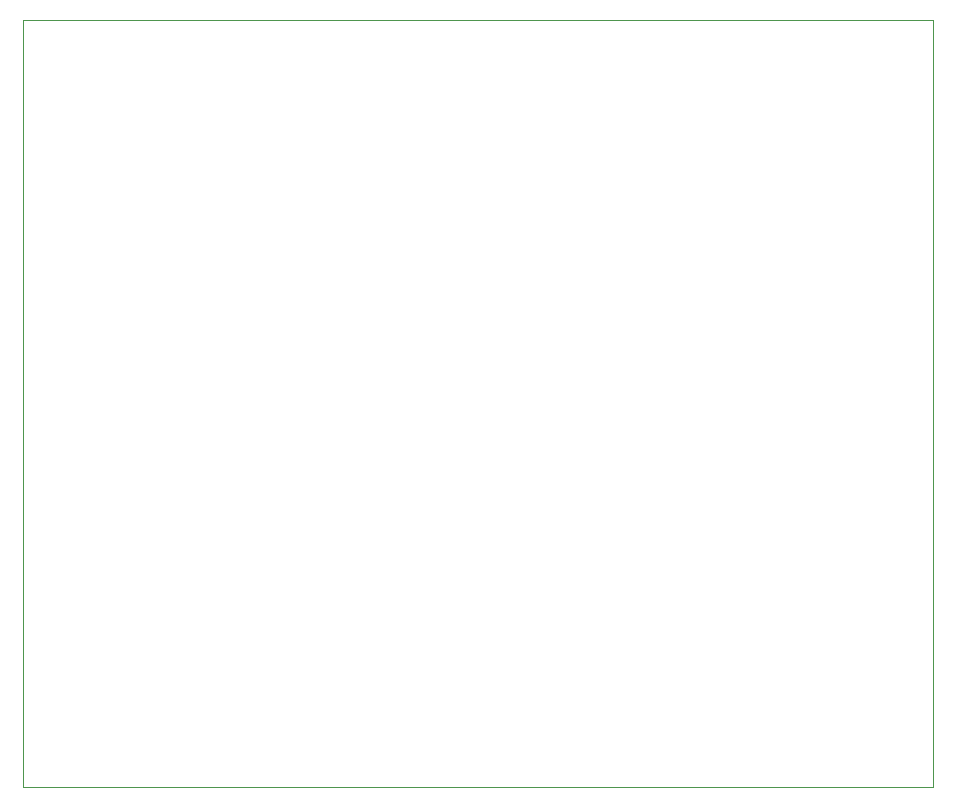
<source format=gbr>
G04 #@! TF.GenerationSoftware,KiCad,Pcbnew,(5.1.5)-3*
G04 #@! TF.CreationDate,2020-04-05T12:45:21+05:30*
G04 #@! TF.ProjectId,Con+fb(v+i),436f6e2b-6662-4287-962b-69292e6b6963,rev?*
G04 #@! TF.SameCoordinates,Original*
G04 #@! TF.FileFunction,Profile,NP*
%FSLAX46Y46*%
G04 Gerber Fmt 4.6, Leading zero omitted, Abs format (unit mm)*
G04 Created by KiCad (PCBNEW (5.1.5)-3) date 2020-04-05 12:45:21*
%MOMM*%
%LPD*%
G04 APERTURE LIST*
%ADD10C,0.050000*%
G04 APERTURE END LIST*
D10*
X66000000Y-147000000D02*
X66000000Y-82000000D01*
X143000000Y-147000000D02*
X66000000Y-147000000D01*
X143000000Y-82000000D02*
X143000000Y-147000000D01*
X66000000Y-82000000D02*
X143000000Y-82000000D01*
M02*

</source>
